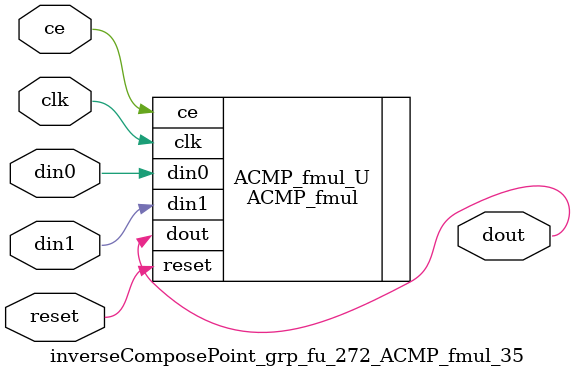
<source format=v>

`timescale 1 ns / 1 ps
module inverseComposePoint_grp_fu_272_ACMP_fmul_35(
    clk,
    reset,
    ce,
    din0,
    din1,
    dout);

parameter ID = 32'd1;
parameter NUM_STAGE = 32'd1;
parameter din0_WIDTH = 32'd1;
parameter din1_WIDTH = 32'd1;
parameter dout_WIDTH = 32'd1;
input clk;
input reset;
input ce;
input[din0_WIDTH - 1:0] din0;
input[din1_WIDTH - 1:0] din1;
output[dout_WIDTH - 1:0] dout;



ACMP_fmul #(
.ID( ID ),
.NUM_STAGE( 4 ),
.din0_WIDTH( din0_WIDTH ),
.din1_WIDTH( din1_WIDTH ),
.dout_WIDTH( dout_WIDTH ))
ACMP_fmul_U(
    .clk( clk ),
    .reset( reset ),
    .ce( ce ),
    .din0( din0 ),
    .din1( din1 ),
    .dout( dout ));

endmodule

</source>
